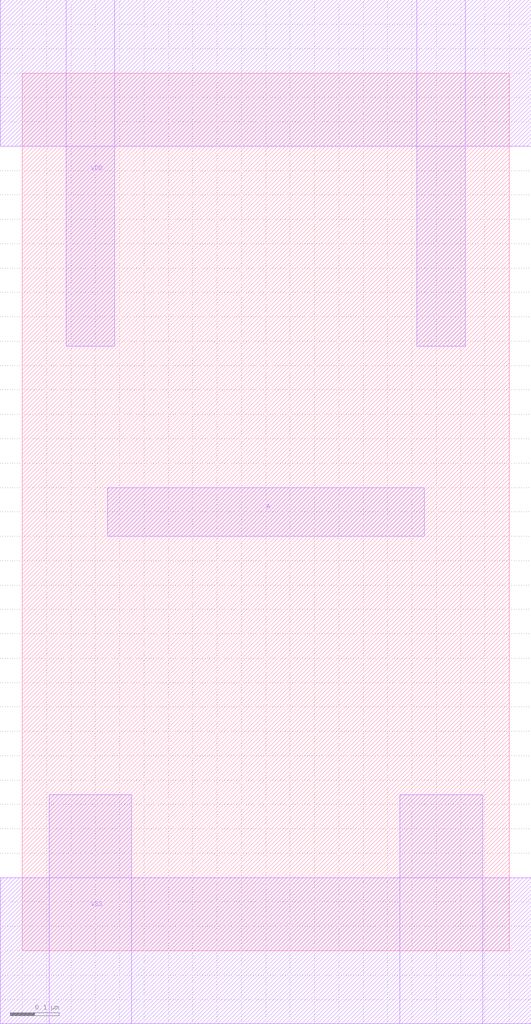
<source format=lef>
VERSION 5.7 ;
BUSBITCHARS "[]" ;
DIVIDERCHAR "/" ;

PROPERTYDEFINITIONS
  MACRO CatenaDesignType STRING ;
END PROPERTYDEFINITIONS

MACRO DLY_CAP_X1
  CLASS CORE ;
  ORIGIN 0 0 ;
  FOREIGN DLY_CAP_X1 0 0 ;
  SIZE 1 BY 1.8 ;
  SYMMETRY X Y ;
  SITE CoreSite ;
  PIN VSS
    DIRECTION INOUT ;
    USE GROUND ;
    SHAPE ABUTMENT ;
    PORT
      LAYER M1 ;
        RECT -0.045 -0.15 1.045 0.15 ;
        RECT 0.775 -0.15 0.945 0.32 ;
        RECT 0.055 -0.15 0.225 0.32 ;
    END
  END VSS
  PIN A
    DIRECTION INPUT ;
    USE SIGNAL ;
    PORT
      LAYER M1 ;
        RECT 0.175 0.85 0.825 0.95 ;
    END
  END A
  PIN VDD
    DIRECTION INOUT ;
    USE POWER ;
    SHAPE ABUTMENT ;
    PORT
      LAYER M1 ;
        RECT -0.045 1.65 1.045 1.95 ;
        RECT 0.81 1.24 0.91 1.95 ;
        RECT 0.09 1.24 0.19 1.95 ;
    END
  END VDD
  PROPERTY CatenaDesignType "deviceLevel" ;
END DLY_CAP_X1

MACRO DLY_CAP_X2
  CLASS CORE ;
  ORIGIN 0 0 ;
  FOREIGN DLY_CAP_X2 0 0 ;
  SIZE 1 BY 1.8 ;
  SYMMETRY X Y ;
  SITE CoreSite ;
  PIN VSS
    DIRECTION INOUT ;
    USE GROUND ;
    SHAPE ABUTMENT ;
    PORT
      LAYER M1 ;
        RECT -0.045 -0.15 1.045 0.15 ;
        RECT 0.775 -0.15 0.945 0.32 ;
        RECT 0.055 -0.15 0.225 0.32 ;
    END
  END VSS
  PIN A
    DIRECTION INPUT ;
    USE SIGNAL ;
    PORT
      LAYER M1 ;
        RECT 0.175 0.85 0.825 0.95 ;
    END
  END A
  PIN VDD
    DIRECTION INOUT ;
    USE POWER ;
    SHAPE ABUTMENT ;
    PORT
      LAYER M1 ;
        RECT -0.045 1.65 1.045 1.95 ;
        RECT 0.81 1.24 0.91 1.95 ;
        RECT 0.09 1.24 0.19 1.95 ;
    END
  END VDD
  PROPERTY CatenaDesignType "deviceLevel" ;
END DLY_CAP_X2

MACRO DLY_CAP_X4
  CLASS CORE ;
  ORIGIN 0 0 ;
  FOREIGN DLY_CAP_X4 0 0 ;
  SIZE 1 BY 1.8 ;
  SYMMETRY X Y ;
  SITE CoreSite ;
  PIN VSS
    DIRECTION INOUT ;
    USE GROUND ;
    SHAPE ABUTMENT ;
    PORT
      LAYER M1 ;
        RECT -0.045 -0.15 1.045 0.15 ;
        RECT 0.775 -0.15 0.945 0.32 ;
        RECT 0.055 -0.15 0.225 0.32 ;
    END
  END VSS
  PIN A
    DIRECTION INPUT ;
    USE SIGNAL ;
    PORT
      LAYER M1 ;
        RECT 0.175 0.85 0.825 0.95 ;
    END
  END A
  PIN VDD
    DIRECTION INOUT ;
    USE POWER ;
    SHAPE ABUTMENT ;
    PORT
      LAYER M1 ;
        RECT -0.045 1.65 1.045 1.95 ;
        RECT 0.81 1.24 0.91 1.95 ;
        RECT 0.09 1.24 0.19 1.95 ;
    END
  END VDD
  PROPERTY CatenaDesignType "deviceLevel" ;
END DLY_CAP_X4

MACRO DLY_CAP_X8
  CLASS CORE ;
  ORIGIN 0 0 ;
  FOREIGN DLY_CAP_X8 0 0 ;
  SIZE 1 BY 1.8 ;
  SYMMETRY X Y ;
  SITE CoreSite ;
  PIN VSS
    DIRECTION INOUT ;
    USE GROUND ;
    SHAPE ABUTMENT ;
    PORT
      LAYER M1 ;
        RECT -0.045 -0.15 1.045 0.15 ;
        RECT 0.775 -0.15 0.945 0.32 ;
        RECT 0.055 -0.15 0.225 0.32 ;
    END
  END VSS
  PIN A
    DIRECTION INPUT ;
    USE SIGNAL ;
    PORT
      LAYER M1 ;
        RECT 0.175 0.85 0.825 0.95 ;
    END
  END A
  PIN VDD
    DIRECTION INOUT ;
    USE POWER ;
    SHAPE ABUTMENT ;
    PORT
      LAYER M1 ;
        RECT -0.045 1.65 1.045 1.95 ;
        RECT 0.81 1.24 0.91 1.95 ;
        RECT 0.09 1.24 0.19 1.95 ;
    END
  END VDD
  PROPERTY CatenaDesignType "deviceLevel" ;
END DLY_CAP_X8

END LIBRARY

</source>
